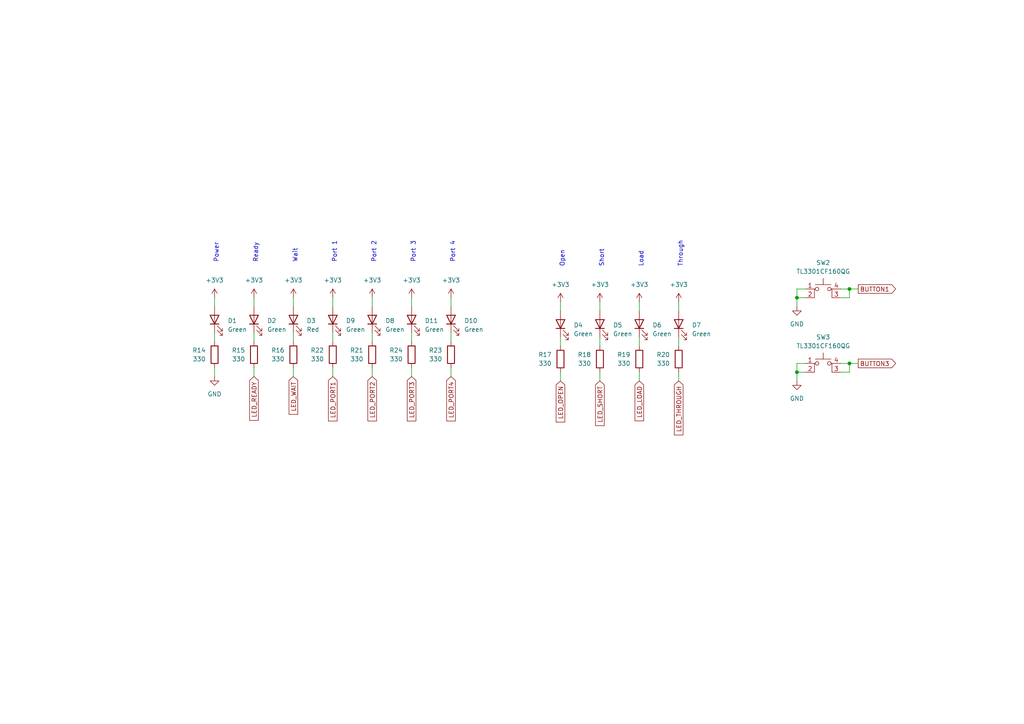
<source format=kicad_sch>
(kicad_sch (version 20211123) (generator eeschema)

  (uuid 1ec33630-54a1-4590-8849-bade5d67b5be)

  (paper "A4")

  (title_block
    (title "LibreCAL")
    (date "2023-01-07")
    (rev "A+")
  )

  (lib_symbols
    (symbol "Device:LED" (pin_numbers hide) (pin_names (offset 1.016) hide) (in_bom yes) (on_board yes)
      (property "Reference" "D" (id 0) (at 0 2.54 0)
        (effects (font (size 1.27 1.27)))
      )
      (property "Value" "LED" (id 1) (at 0 -2.54 0)
        (effects (font (size 1.27 1.27)))
      )
      (property "Footprint" "" (id 2) (at 0 0 0)
        (effects (font (size 1.27 1.27)) hide)
      )
      (property "Datasheet" "~" (id 3) (at 0 0 0)
        (effects (font (size 1.27 1.27)) hide)
      )
      (property "ki_keywords" "LED diode" (id 4) (at 0 0 0)
        (effects (font (size 1.27 1.27)) hide)
      )
      (property "ki_description" "Light emitting diode" (id 5) (at 0 0 0)
        (effects (font (size 1.27 1.27)) hide)
      )
      (property "ki_fp_filters" "LED* LED_SMD:* LED_THT:*" (id 6) (at 0 0 0)
        (effects (font (size 1.27 1.27)) hide)
      )
      (symbol "LED_0_1"
        (polyline
          (pts
            (xy -1.27 -1.27)
            (xy -1.27 1.27)
          )
          (stroke (width 0.254) (type default) (color 0 0 0 0))
          (fill (type none))
        )
        (polyline
          (pts
            (xy -1.27 0)
            (xy 1.27 0)
          )
          (stroke (width 0) (type default) (color 0 0 0 0))
          (fill (type none))
        )
        (polyline
          (pts
            (xy 1.27 -1.27)
            (xy 1.27 1.27)
            (xy -1.27 0)
            (xy 1.27 -1.27)
          )
          (stroke (width 0.254) (type default) (color 0 0 0 0))
          (fill (type none))
        )
        (polyline
          (pts
            (xy -3.048 -0.762)
            (xy -4.572 -2.286)
            (xy -3.81 -2.286)
            (xy -4.572 -2.286)
            (xy -4.572 -1.524)
          )
          (stroke (width 0) (type default) (color 0 0 0 0))
          (fill (type none))
        )
        (polyline
          (pts
            (xy -1.778 -0.762)
            (xy -3.302 -2.286)
            (xy -2.54 -2.286)
            (xy -3.302 -2.286)
            (xy -3.302 -1.524)
          )
          (stroke (width 0) (type default) (color 0 0 0 0))
          (fill (type none))
        )
      )
      (symbol "LED_1_1"
        (pin passive line (at -3.81 0 0) (length 2.54)
          (name "K" (effects (font (size 1.27 1.27))))
          (number "1" (effects (font (size 1.27 1.27))))
        )
        (pin passive line (at 3.81 0 180) (length 2.54)
          (name "A" (effects (font (size 1.27 1.27))))
          (number "2" (effects (font (size 1.27 1.27))))
        )
      )
    )
    (symbol "Device:R" (pin_numbers hide) (pin_names (offset 0)) (in_bom yes) (on_board yes)
      (property "Reference" "R" (id 0) (at 2.032 0 90)
        (effects (font (size 1.27 1.27)))
      )
      (property "Value" "R" (id 1) (at 0 0 90)
        (effects (font (size 1.27 1.27)))
      )
      (property "Footprint" "" (id 2) (at -1.778 0 90)
        (effects (font (size 1.27 1.27)) hide)
      )
      (property "Datasheet" "~" (id 3) (at 0 0 0)
        (effects (font (size 1.27 1.27)) hide)
      )
      (property "ki_keywords" "R res resistor" (id 4) (at 0 0 0)
        (effects (font (size 1.27 1.27)) hide)
      )
      (property "ki_description" "Resistor" (id 5) (at 0 0 0)
        (effects (font (size 1.27 1.27)) hide)
      )
      (property "ki_fp_filters" "R_*" (id 6) (at 0 0 0)
        (effects (font (size 1.27 1.27)) hide)
      )
      (symbol "R_0_1"
        (rectangle (start -1.016 -2.54) (end 1.016 2.54)
          (stroke (width 0.254) (type default) (color 0 0 0 0))
          (fill (type none))
        )
      )
      (symbol "R_1_1"
        (pin passive line (at 0 3.81 270) (length 1.27)
          (name "~" (effects (font (size 1.27 1.27))))
          (number "1" (effects (font (size 1.27 1.27))))
        )
        (pin passive line (at 0 -3.81 90) (length 1.27)
          (name "~" (effects (font (size 1.27 1.27))))
          (number "2" (effects (font (size 1.27 1.27))))
        )
      )
    )
    (symbol "Switch:SW_MEC_5E" (pin_names (offset 1.016) hide) (in_bom yes) (on_board yes)
      (property "Reference" "SW" (id 0) (at 0.635 5.715 0)
        (effects (font (size 1.27 1.27)) (justify left))
      )
      (property "Value" "SW_MEC_5E" (id 1) (at 0 -3.175 0)
        (effects (font (size 1.27 1.27)))
      )
      (property "Footprint" "" (id 2) (at 0 7.62 0)
        (effects (font (size 1.27 1.27)) hide)
      )
      (property "Datasheet" "http://www.apem.com/int/index.php?controller=attachment&id_attachment=1371" (id 3) (at 0 7.62 0)
        (effects (font (size 1.27 1.27)) hide)
      )
      (property "ki_keywords" "switch normally-open pushbutton push-button" (id 4) (at 0 0 0)
        (effects (font (size 1.27 1.27)) hide)
      )
      (property "ki_description" "MEC 5E single pole normally-open tactile switch" (id 5) (at 0 0 0)
        (effects (font (size 1.27 1.27)) hide)
      )
      (property "ki_fp_filters" "SW*MEC*5G*" (id 6) (at 0 0 0)
        (effects (font (size 1.27 1.27)) hide)
      )
      (symbol "SW_MEC_5E_0_1"
        (circle (center -1.778 2.54) (radius 0.508)
          (stroke (width 0) (type default) (color 0 0 0 0))
          (fill (type none))
        )
        (polyline
          (pts
            (xy -2.286 3.81)
            (xy 2.286 3.81)
          )
          (stroke (width 0) (type default) (color 0 0 0 0))
          (fill (type none))
        )
        (polyline
          (pts
            (xy 0 3.81)
            (xy 0 5.588)
          )
          (stroke (width 0) (type default) (color 0 0 0 0))
          (fill (type none))
        )
        (polyline
          (pts
            (xy -2.54 0)
            (xy -2.54 2.54)
            (xy -2.286 2.54)
          )
          (stroke (width 0) (type default) (color 0 0 0 0))
          (fill (type none))
        )
        (polyline
          (pts
            (xy 2.54 0)
            (xy 2.54 2.54)
            (xy 2.286 2.54)
          )
          (stroke (width 0) (type default) (color 0 0 0 0))
          (fill (type none))
        )
        (circle (center 1.778 2.54) (radius 0.508)
          (stroke (width 0) (type default) (color 0 0 0 0))
          (fill (type none))
        )
        (pin passive line (at -5.08 2.54 0) (length 2.54)
          (name "1" (effects (font (size 1.27 1.27))))
          (number "1" (effects (font (size 1.27 1.27))))
        )
        (pin passive line (at -5.08 0 0) (length 2.54)
          (name "2" (effects (font (size 1.27 1.27))))
          (number "2" (effects (font (size 1.27 1.27))))
        )
        (pin passive line (at 5.08 0 180) (length 2.54)
          (name "K" (effects (font (size 1.27 1.27))))
          (number "3" (effects (font (size 1.27 1.27))))
        )
        (pin passive line (at 5.08 2.54 180) (length 2.54)
          (name "A" (effects (font (size 1.27 1.27))))
          (number "4" (effects (font (size 1.27 1.27))))
        )
      )
    )
    (symbol "power:+3V3" (power) (pin_names (offset 0)) (in_bom yes) (on_board yes)
      (property "Reference" "#PWR" (id 0) (at 0 -3.81 0)
        (effects (font (size 1.27 1.27)) hide)
      )
      (property "Value" "+3V3" (id 1) (at 0 3.556 0)
        (effects (font (size 1.27 1.27)))
      )
      (property "Footprint" "" (id 2) (at 0 0 0)
        (effects (font (size 1.27 1.27)) hide)
      )
      (property "Datasheet" "" (id 3) (at 0 0 0)
        (effects (font (size 1.27 1.27)) hide)
      )
      (property "ki_keywords" "power-flag" (id 4) (at 0 0 0)
        (effects (font (size 1.27 1.27)) hide)
      )
      (property "ki_description" "Power symbol creates a global label with name \"+3V3\"" (id 5) (at 0 0 0)
        (effects (font (size 1.27 1.27)) hide)
      )
      (symbol "+3V3_0_1"
        (polyline
          (pts
            (xy -0.762 1.27)
            (xy 0 2.54)
          )
          (stroke (width 0) (type default) (color 0 0 0 0))
          (fill (type none))
        )
        (polyline
          (pts
            (xy 0 0)
            (xy 0 2.54)
          )
          (stroke (width 0) (type default) (color 0 0 0 0))
          (fill (type none))
        )
        (polyline
          (pts
            (xy 0 2.54)
            (xy 0.762 1.27)
          )
          (stroke (width 0) (type default) (color 0 0 0 0))
          (fill (type none))
        )
      )
      (symbol "+3V3_1_1"
        (pin power_in line (at 0 0 90) (length 0) hide
          (name "+3V3" (effects (font (size 1.27 1.27))))
          (number "1" (effects (font (size 1.27 1.27))))
        )
      )
    )
    (symbol "power:GND" (power) (pin_names (offset 0)) (in_bom yes) (on_board yes)
      (property "Reference" "#PWR" (id 0) (at 0 -6.35 0)
        (effects (font (size 1.27 1.27)) hide)
      )
      (property "Value" "GND" (id 1) (at 0 -3.81 0)
        (effects (font (size 1.27 1.27)))
      )
      (property "Footprint" "" (id 2) (at 0 0 0)
        (effects (font (size 1.27 1.27)) hide)
      )
      (property "Datasheet" "" (id 3) (at 0 0 0)
        (effects (font (size 1.27 1.27)) hide)
      )
      (property "ki_keywords" "power-flag" (id 4) (at 0 0 0)
        (effects (font (size 1.27 1.27)) hide)
      )
      (property "ki_description" "Power symbol creates a global label with name \"GND\" , ground" (id 5) (at 0 0 0)
        (effects (font (size 1.27 1.27)) hide)
      )
      (symbol "GND_0_1"
        (polyline
          (pts
            (xy 0 0)
            (xy 0 -1.27)
            (xy 1.27 -1.27)
            (xy 0 -2.54)
            (xy -1.27 -1.27)
            (xy 0 -1.27)
          )
          (stroke (width 0) (type default) (color 0 0 0 0))
          (fill (type none))
        )
      )
      (symbol "GND_1_1"
        (pin power_in line (at 0 0 270) (length 0) hide
          (name "GND" (effects (font (size 1.27 1.27))))
          (number "1" (effects (font (size 1.27 1.27))))
        )
      )
    )
  )


  (junction (at 246.38 83.82) (diameter 0) (color 0 0 0 0)
    (uuid 0870050e-b9cb-4b1e-aff8-cba563e15139)
  )
  (junction (at 231.14 107.95) (diameter 0) (color 0 0 0 0)
    (uuid 6398b8e6-e458-4f8e-8e09-e238169cccb3)
  )
  (junction (at 231.14 86.36) (diameter 0) (color 0 0 0 0)
    (uuid 77c480ba-b37a-4e6c-bfe3-1faaf9b48be1)
  )
  (junction (at 246.38 105.41) (diameter 0) (color 0 0 0 0)
    (uuid fce67240-f131-498d-9332-94215e355beb)
  )

  (wire (pts (xy 173.99 87.63) (xy 173.99 90.17))
    (stroke (width 0) (type default) (color 0 0 0 0))
    (uuid 02da7241-da44-4670-b439-20f6649d1d1f)
  )
  (wire (pts (xy 196.85 97.79) (xy 196.85 100.33))
    (stroke (width 0) (type default) (color 0 0 0 0))
    (uuid 04ed5eea-ac45-4e3c-853d-0c6ec46acbf7)
  )
  (wire (pts (xy 233.68 107.95) (xy 231.14 107.95))
    (stroke (width 0) (type default) (color 0 0 0 0))
    (uuid 0ad3cf41-dd6b-44bf-a6b0-7f1c589e8c1c)
  )
  (wire (pts (xy 196.85 107.95) (xy 196.85 110.49))
    (stroke (width 0) (type default) (color 0 0 0 0))
    (uuid 0d8aacee-8e16-4def-88d3-edea5aa598d2)
  )
  (wire (pts (xy 62.23 86.36) (xy 62.23 88.9))
    (stroke (width 0) (type default) (color 0 0 0 0))
    (uuid 136c40ee-77d4-4af0-958a-bdadb7cbc497)
  )
  (wire (pts (xy 243.84 105.41) (xy 246.38 105.41))
    (stroke (width 0) (type default) (color 0 0 0 0))
    (uuid 1aaeecc7-276c-458c-8f9b-92e8d50e029a)
  )
  (wire (pts (xy 173.99 97.79) (xy 173.99 100.33))
    (stroke (width 0) (type default) (color 0 0 0 0))
    (uuid 1e766c04-98c3-492b-af6b-84617ef99cbb)
  )
  (wire (pts (xy 243.84 107.95) (xy 246.38 107.95))
    (stroke (width 0) (type default) (color 0 0 0 0))
    (uuid 20b8d985-5961-4837-b0f6-e60a77620f47)
  )
  (wire (pts (xy 96.52 86.36) (xy 96.52 88.9))
    (stroke (width 0) (type default) (color 0 0 0 0))
    (uuid 20c5bc26-dec7-4e7a-aa2c-109af73deabe)
  )
  (wire (pts (xy 85.09 86.36) (xy 85.09 88.9))
    (stroke (width 0) (type default) (color 0 0 0 0))
    (uuid 219f77be-7114-47b8-9035-be3ce8b2b989)
  )
  (wire (pts (xy 246.38 105.41) (xy 248.92 105.41))
    (stroke (width 0) (type default) (color 0 0 0 0))
    (uuid 2266e5dc-658f-4599-97d7-d1a0aabe9627)
  )
  (wire (pts (xy 185.42 97.79) (xy 185.42 100.33))
    (stroke (width 0) (type default) (color 0 0 0 0))
    (uuid 28498f85-010d-4cf1-b5a8-0d886e10514a)
  )
  (wire (pts (xy 246.38 83.82) (xy 248.92 83.82))
    (stroke (width 0) (type default) (color 0 0 0 0))
    (uuid 2c71bb63-f061-4dd2-9db3-783d61547561)
  )
  (wire (pts (xy 130.81 86.36) (xy 130.81 88.9))
    (stroke (width 0) (type default) (color 0 0 0 0))
    (uuid 327acff4-e0a3-43d8-bc16-c7e0772d2ad0)
  )
  (wire (pts (xy 231.14 86.36) (xy 231.14 88.9))
    (stroke (width 0) (type default) (color 0 0 0 0))
    (uuid 38358759-311c-4823-bf77-08408cfe0d1b)
  )
  (wire (pts (xy 185.42 107.95) (xy 185.42 110.49))
    (stroke (width 0) (type default) (color 0 0 0 0))
    (uuid 3bd8503c-fa20-486f-ab0d-dd5080df97ec)
  )
  (wire (pts (xy 243.84 86.36) (xy 246.38 86.36))
    (stroke (width 0) (type default) (color 0 0 0 0))
    (uuid 3e4c1be3-5b93-4883-874c-3ef32f41fd27)
  )
  (wire (pts (xy 107.95 86.36) (xy 107.95 88.9))
    (stroke (width 0) (type default) (color 0 0 0 0))
    (uuid 40d611e8-d13f-48ed-8bdd-b1125297961f)
  )
  (wire (pts (xy 130.81 96.52) (xy 130.81 99.06))
    (stroke (width 0) (type default) (color 0 0 0 0))
    (uuid 4610948b-10c0-4b7b-a2ee-f6ad8ef1b875)
  )
  (wire (pts (xy 96.52 106.68) (xy 96.52 109.22))
    (stroke (width 0) (type default) (color 0 0 0 0))
    (uuid 513176e6-843b-4876-8c70-6375627e79f1)
  )
  (wire (pts (xy 85.09 106.68) (xy 85.09 109.22))
    (stroke (width 0) (type default) (color 0 0 0 0))
    (uuid 54bc757b-b980-4239-9533-406b2cb92e82)
  )
  (wire (pts (xy 73.66 106.68) (xy 73.66 109.22))
    (stroke (width 0) (type default) (color 0 0 0 0))
    (uuid 55e50407-f0c0-4c7a-bb98-80882c3ab690)
  )
  (wire (pts (xy 231.14 105.41) (xy 231.14 107.95))
    (stroke (width 0) (type default) (color 0 0 0 0))
    (uuid 57a4154e-fcf2-4924-8ddf-627352cf6dd7)
  )
  (wire (pts (xy 173.99 107.95) (xy 173.99 110.49))
    (stroke (width 0) (type default) (color 0 0 0 0))
    (uuid 5dea050b-baa2-433f-a693-45e4ed949cec)
  )
  (wire (pts (xy 243.84 83.82) (xy 246.38 83.82))
    (stroke (width 0) (type default) (color 0 0 0 0))
    (uuid 6021d922-05b8-4364-a86d-8579bb31e54f)
  )
  (wire (pts (xy 62.23 96.52) (xy 62.23 99.06))
    (stroke (width 0) (type default) (color 0 0 0 0))
    (uuid 62a2db70-a105-4012-a5b8-7b207555f881)
  )
  (wire (pts (xy 233.68 83.82) (xy 231.14 83.82))
    (stroke (width 0) (type default) (color 0 0 0 0))
    (uuid 635dccce-5367-480c-a6ad-2fe08a62d574)
  )
  (wire (pts (xy 62.23 106.68) (xy 62.23 109.22))
    (stroke (width 0) (type default) (color 0 0 0 0))
    (uuid 6ab6bfc8-6259-4bb3-b8ee-d39c812c3199)
  )
  (wire (pts (xy 119.38 86.36) (xy 119.38 88.9))
    (stroke (width 0) (type default) (color 0 0 0 0))
    (uuid 70369a61-5e97-4cfe-bbe6-69801d8d8286)
  )
  (wire (pts (xy 246.38 107.95) (xy 246.38 105.41))
    (stroke (width 0) (type default) (color 0 0 0 0))
    (uuid 7a91a88f-14ff-4242-a088-418cf83ec727)
  )
  (wire (pts (xy 119.38 96.52) (xy 119.38 99.06))
    (stroke (width 0) (type default) (color 0 0 0 0))
    (uuid 878bc37a-f4a9-478b-b52a-18dffe74a14f)
  )
  (wire (pts (xy 162.56 87.63) (xy 162.56 90.17))
    (stroke (width 0) (type default) (color 0 0 0 0))
    (uuid 8a7e0bb8-c407-46cc-935d-b3505b6edd86)
  )
  (wire (pts (xy 196.85 87.63) (xy 196.85 90.17))
    (stroke (width 0) (type default) (color 0 0 0 0))
    (uuid 910a0318-b64b-4ec8-ab51-1f724cf127f5)
  )
  (wire (pts (xy 185.42 87.63) (xy 185.42 90.17))
    (stroke (width 0) (type default) (color 0 0 0 0))
    (uuid a360e1c7-1c9b-4dfa-9abc-f2c53297341a)
  )
  (wire (pts (xy 107.95 106.68) (xy 107.95 109.22))
    (stroke (width 0) (type default) (color 0 0 0 0))
    (uuid a60944be-0ff2-473e-87c0-2073577d5d78)
  )
  (wire (pts (xy 73.66 86.36) (xy 73.66 88.9))
    (stroke (width 0) (type default) (color 0 0 0 0))
    (uuid c0509c4e-032f-4de3-816a-cdf53a8073c1)
  )
  (wire (pts (xy 162.56 107.95) (xy 162.56 110.49))
    (stroke (width 0) (type default) (color 0 0 0 0))
    (uuid c1257a7e-03e4-4c69-b2d0-abf9c37fb03c)
  )
  (wire (pts (xy 233.68 86.36) (xy 231.14 86.36))
    (stroke (width 0) (type default) (color 0 0 0 0))
    (uuid cc6115bc-cf87-4ae0-b038-b5783ca0e84b)
  )
  (wire (pts (xy 107.95 96.52) (xy 107.95 99.06))
    (stroke (width 0) (type default) (color 0 0 0 0))
    (uuid cdcda4a8-650b-4a27-9452-aa3672305676)
  )
  (wire (pts (xy 73.66 96.52) (xy 73.66 99.06))
    (stroke (width 0) (type default) (color 0 0 0 0))
    (uuid d058abf4-80b5-4937-b853-4186941f8f63)
  )
  (wire (pts (xy 231.14 83.82) (xy 231.14 86.36))
    (stroke (width 0) (type default) (color 0 0 0 0))
    (uuid ddf64e9c-b705-4a89-92d6-ab8ead86c455)
  )
  (wire (pts (xy 246.38 86.36) (xy 246.38 83.82))
    (stroke (width 0) (type default) (color 0 0 0 0))
    (uuid de3a9430-8739-4957-9df0-916cc5c58f0d)
  )
  (wire (pts (xy 233.68 105.41) (xy 231.14 105.41))
    (stroke (width 0) (type default) (color 0 0 0 0))
    (uuid e595e71a-b959-452d-8810-59314cbb4845)
  )
  (wire (pts (xy 231.14 107.95) (xy 231.14 110.49))
    (stroke (width 0) (type default) (color 0 0 0 0))
    (uuid e74fca52-34f0-488a-92d3-30d7cf135ce8)
  )
  (wire (pts (xy 162.56 97.79) (xy 162.56 100.33))
    (stroke (width 0) (type default) (color 0 0 0 0))
    (uuid f008a211-b0a3-41ab-ba69-56210d8b4aed)
  )
  (wire (pts (xy 96.52 96.52) (xy 96.52 99.06))
    (stroke (width 0) (type default) (color 0 0 0 0))
    (uuid f105469d-0bca-4a8c-b9e2-885781699115)
  )
  (wire (pts (xy 130.81 106.68) (xy 130.81 109.22))
    (stroke (width 0) (type default) (color 0 0 0 0))
    (uuid f62e52b1-f1e3-4170-99b4-9f8b1b686d31)
  )
  (wire (pts (xy 119.38 106.68) (xy 119.38 109.22))
    (stroke (width 0) (type default) (color 0 0 0 0))
    (uuid f908bd44-beef-4393-bc27-7523be3f406e)
  )
  (wire (pts (xy 85.09 96.52) (xy 85.09 99.06))
    (stroke (width 0) (type default) (color 0 0 0 0))
    (uuid ff725313-ed48-433b-bf85-f0d68edddfb3)
  )

  (text "Short" (at 175.26 77.47 90)
    (effects (font (size 1.27 1.27)) (justify left bottom))
    (uuid 097c90ba-cea0-4c25-b55e-664085762e44)
  )
  (text "Port 3" (at 120.65 76.2 90)
    (effects (font (size 1.27 1.27)) (justify left bottom))
    (uuid 0981ff20-4a47-49ce-bdb7-db591169d4a0)
  )
  (text "Power" (at 63.5 76.2 90)
    (effects (font (size 1.27 1.27)) (justify left bottom))
    (uuid 0a234775-954c-4cee-9b3e-2af4da9342aa)
  )
  (text "Port 1" (at 97.79 76.2 90)
    (effects (font (size 1.27 1.27)) (justify left bottom))
    (uuid 25c8d3d0-f993-4235-92d4-2ec5c83b1960)
  )
  (text "Through" (at 198.12 77.47 90)
    (effects (font (size 1.27 1.27)) (justify left bottom))
    (uuid 692f978e-878e-4db2-ac95-2cb35cbc64ae)
  )
  (text "Wait" (at 86.36 76.2 90)
    (effects (font (size 1.27 1.27)) (justify left bottom))
    (uuid b3be46da-7a14-4b88-bd52-7a6260487a0f)
  )
  (text "Port 2" (at 109.22 76.2 90)
    (effects (font (size 1.27 1.27)) (justify left bottom))
    (uuid c0378e39-0095-4550-a80c-3952821ada5f)
  )
  (text "Ready" (at 74.93 76.2 90)
    (effects (font (size 1.27 1.27)) (justify left bottom))
    (uuid d4a41f8d-05ca-4813-bd10-c62d9fef8c5d)
  )
  (text "Open" (at 163.83 77.47 90)
    (effects (font (size 1.27 1.27)) (justify left bottom))
    (uuid e3da0423-3d61-402a-9d16-f3f45e696dd7)
  )
  (text "Load" (at 186.69 77.47 90)
    (effects (font (size 1.27 1.27)) (justify left bottom))
    (uuid e9bf36b1-31aa-45e4-aa8a-ff10e59eecb6)
  )
  (text "Port 4" (at 132.08 76.2 90)
    (effects (font (size 1.27 1.27)) (justify left bottom))
    (uuid ea2f8603-6251-4770-9a15-2b480d48861c)
  )

  (global_label "LED_PORT4" (shape input) (at 130.81 109.22 270) (fields_autoplaced)
    (effects (font (size 1.27 1.27)) (justify right))
    (uuid 09db52ff-85bb-4408-8c56-1fc9705566a6)
    (property "Intersheet References" "${INTERSHEET_REFS}" (id 0) (at 130.7306 122.0955 90)
      (effects (font (size 1.27 1.27)) (justify right) hide)
    )
  )
  (global_label "LED_PORT3" (shape input) (at 119.38 109.22 270) (fields_autoplaced)
    (effects (font (size 1.27 1.27)) (justify right))
    (uuid 0c3e36a8-4fe9-420f-acca-ba5e9689a785)
    (property "Intersheet References" "${INTERSHEET_REFS}" (id 0) (at 119.3006 122.0955 90)
      (effects (font (size 1.27 1.27)) (justify right) hide)
    )
  )
  (global_label "LED_PORT2" (shape input) (at 107.95 109.22 270) (fields_autoplaced)
    (effects (font (size 1.27 1.27)) (justify right))
    (uuid 0f228dbe-af2f-4f64-bd25-7d15421a4a3b)
    (property "Intersheet References" "${INTERSHEET_REFS}" (id 0) (at 107.8706 122.0955 90)
      (effects (font (size 1.27 1.27)) (justify right) hide)
    )
  )
  (global_label "LED_OPEN" (shape input) (at 162.56 110.49 270) (fields_autoplaced)
    (effects (font (size 1.27 1.27)) (justify right))
    (uuid 1fa4f2e9-ea47-4983-9e26-9da39d5aec32)
    (property "Intersheet References" "${INTERSHEET_REFS}" (id 0) (at 162.4806 122.3979 90)
      (effects (font (size 1.27 1.27)) (justify right) hide)
    )
  )
  (global_label "LED_WAIT" (shape input) (at 85.09 109.22 270) (fields_autoplaced)
    (effects (font (size 1.27 1.27)) (justify right))
    (uuid 2ec29023-7bc9-4e67-be5b-0264f2146225)
    (property "Intersheet References" "${INTERSHEET_REFS}" (id 0) (at 85.0106 120.1602 90)
      (effects (font (size 1.27 1.27)) (justify right) hide)
    )
  )
  (global_label "LED_SHORT" (shape input) (at 173.99 110.49 270) (fields_autoplaced)
    (effects (font (size 1.27 1.27)) (justify right))
    (uuid 36ea6649-be33-4317-9aaf-a65dee82f5ea)
    (property "Intersheet References" "${INTERSHEET_REFS}" (id 0) (at 173.9106 123.426 90)
      (effects (font (size 1.27 1.27)) (justify right) hide)
    )
  )
  (global_label "LED_READY" (shape input) (at 73.66 109.22 270) (fields_autoplaced)
    (effects (font (size 1.27 1.27)) (justify right))
    (uuid 51796a2b-f6c7-478e-8019-cdab800c45f4)
    (property "Intersheet References" "${INTERSHEET_REFS}" (id 0) (at 73.5806 121.9141 90)
      (effects (font (size 1.27 1.27)) (justify right) hide)
    )
  )
  (global_label "LED_LOAD" (shape input) (at 185.42 110.49 270) (fields_autoplaced)
    (effects (font (size 1.27 1.27)) (justify right))
    (uuid 59035568-871b-4cbd-916c-b7a7c1fd86f8)
    (property "Intersheet References" "${INTERSHEET_REFS}" (id 0) (at 185.3406 122.035 90)
      (effects (font (size 1.27 1.27)) (justify right) hide)
    )
  )
  (global_label "LED_THROUGH" (shape input) (at 196.85 110.49 270) (fields_autoplaced)
    (effects (font (size 1.27 1.27)) (justify right))
    (uuid 5988123d-43ad-4fd2-9024-06fe2668c4c1)
    (property "Intersheet References" "${INTERSHEET_REFS}" (id 0) (at 196.7706 126.1474 90)
      (effects (font (size 1.27 1.27)) (justify right) hide)
    )
  )
  (global_label "LED_PORT1" (shape input) (at 96.52 109.22 270) (fields_autoplaced)
    (effects (font (size 1.27 1.27)) (justify right))
    (uuid 633784fd-e5a0-4691-b8ff-785e700abb6c)
    (property "Intersheet References" "${INTERSHEET_REFS}" (id 0) (at 96.4406 122.0955 90)
      (effects (font (size 1.27 1.27)) (justify right) hide)
    )
  )
  (global_label "BUTTON1" (shape output) (at 248.92 83.82 0) (fields_autoplaced)
    (effects (font (size 1.27 1.27)) (justify left))
    (uuid cef83802-5084-406d-8087-78b6603e5f66)
    (property "Intersheet References" "${INTERSHEET_REFS}" (id 0) (at 259.7393 83.7406 0)
      (effects (font (size 1.27 1.27)) (justify left) hide)
    )
  )
  (global_label "BUTTON3" (shape output) (at 248.92 105.41 0) (fields_autoplaced)
    (effects (font (size 1.27 1.27)) (justify left))
    (uuid e804775d-a790-4bb0-adcb-18419f9c6919)
    (property "Intersheet References" "${INTERSHEET_REFS}" (id 0) (at 259.7393 105.3306 0)
      (effects (font (size 1.27 1.27)) (justify left) hide)
    )
  )

  (symbol (lib_id "power:+3V3") (at 96.52 86.36 0) (unit 1)
    (in_bom yes) (on_board yes) (fields_autoplaced)
    (uuid 06abcfaf-1476-4132-8e40-404afbc6dc5f)
    (property "Reference" "#PWR090" (id 0) (at 96.52 90.17 0)
      (effects (font (size 1.27 1.27)) hide)
    )
    (property "Value" "+3V3" (id 1) (at 96.52 81.28 0))
    (property "Footprint" "" (id 2) (at 96.52 86.36 0)
      (effects (font (size 1.27 1.27)) hide)
    )
    (property "Datasheet" "" (id 3) (at 96.52 86.36 0)
      (effects (font (size 1.27 1.27)) hide)
    )
    (pin "1" (uuid 94855343-0721-4020-81fc-97939178a8f2))
  )

  (symbol (lib_id "Device:LED") (at 73.66 92.71 90) (unit 1)
    (in_bom yes) (on_board yes) (fields_autoplaced)
    (uuid 10f0c9d1-6943-49b9-8acf-a05e01d8b8de)
    (property "Reference" "D2" (id 0) (at 77.47 93.0274 90)
      (effects (font (size 1.27 1.27)) (justify right))
    )
    (property "Value" "Green" (id 1) (at 77.47 95.5674 90)
      (effects (font (size 1.27 1.27)) (justify right))
    )
    (property "Footprint" "LED_SMD:LED_0603_1608Metric" (id 2) (at 73.66 92.71 0)
      (effects (font (size 1.27 1.27)) hide)
    )
    (property "Datasheet" "~" (id 3) (at 73.66 92.71 0)
      (effects (font (size 1.27 1.27)) hide)
    )
    (property "LCSC_Part" "C72043" (id 4) (at 73.66 92.71 0)
      (effects (font (size 1.27 1.27)) hide)
    )
    (pin "1" (uuid d5554c6c-1f33-4f17-b7dd-70c89b67c41a))
    (pin "2" (uuid 578f5c11-55c5-4a3b-987a-20d597918fca))
  )

  (symbol (lib_id "Device:R") (at 107.95 102.87 0) (mirror y) (unit 1)
    (in_bom yes) (on_board yes)
    (uuid 1d6b64dc-991f-4de8-a61e-4dd5d755ef0b)
    (property "Reference" "R21" (id 0) (at 105.41 101.6 0)
      (effects (font (size 1.27 1.27)) (justify left))
    )
    (property "Value" "330" (id 1) (at 105.41 104.14 0)
      (effects (font (size 1.27 1.27)) (justify left))
    )
    (property "Footprint" "Resistor_SMD:R_0402_1005Metric" (id 2) (at 109.728 102.87 90)
      (effects (font (size 1.27 1.27)) hide)
    )
    (property "Datasheet" "~" (id 3) (at 107.95 102.87 0)
      (effects (font (size 1.27 1.27)) hide)
    )
    (property "LCSC_Part" "C25104" (id 4) (at 107.95 102.87 0)
      (effects (font (size 1.27 1.27)) hide)
    )
    (pin "1" (uuid 52b45d8f-9a77-4c8b-8eb8-9351cbfaf963))
    (pin "2" (uuid 7799d489-8956-4297-824f-c21a13dab0f0))
  )

  (symbol (lib_id "Device:LED") (at 119.38 92.71 90) (unit 1)
    (in_bom yes) (on_board yes) (fields_autoplaced)
    (uuid 1dff2b13-93a6-4a91-b9d2-82bb8b94e17e)
    (property "Reference" "D11" (id 0) (at 123.19 93.0274 90)
      (effects (font (size 1.27 1.27)) (justify right))
    )
    (property "Value" "Green" (id 1) (at 123.19 95.5674 90)
      (effects (font (size 1.27 1.27)) (justify right))
    )
    (property "Footprint" "LED_SMD:LED_0603_1608Metric" (id 2) (at 119.38 92.71 0)
      (effects (font (size 1.27 1.27)) hide)
    )
    (property "Datasheet" "~" (id 3) (at 119.38 92.71 0)
      (effects (font (size 1.27 1.27)) hide)
    )
    (property "LCSC_Part" "C72043" (id 4) (at 119.38 92.71 0)
      (effects (font (size 1.27 1.27)) hide)
    )
    (pin "1" (uuid d603da84-d542-42ed-a099-b4cebd81491f))
    (pin "2" (uuid 648830c7-4cff-415c-8fd3-ef52fdaeceb1))
  )

  (symbol (lib_id "Device:R") (at 185.42 104.14 0) (mirror y) (unit 1)
    (in_bom yes) (on_board yes) (fields_autoplaced)
    (uuid 1fe45978-1304-4630-81fa-969601ecb387)
    (property "Reference" "R19" (id 0) (at 182.88 102.8699 0)
      (effects (font (size 1.27 1.27)) (justify left))
    )
    (property "Value" "330" (id 1) (at 182.88 105.4099 0)
      (effects (font (size 1.27 1.27)) (justify left))
    )
    (property "Footprint" "Resistor_SMD:R_0402_1005Metric" (id 2) (at 187.198 104.14 90)
      (effects (font (size 1.27 1.27)) hide)
    )
    (property "Datasheet" "~" (id 3) (at 185.42 104.14 0)
      (effects (font (size 1.27 1.27)) hide)
    )
    (property "LCSC_Part" "C25104" (id 4) (at 185.42 104.14 0)
      (effects (font (size 1.27 1.27)) hide)
    )
    (pin "1" (uuid 56f8aa4b-3b89-4db1-8a19-cb5c8f110f13))
    (pin "2" (uuid b9e46e5b-86b9-44c3-a261-e2491b346e06))
  )

  (symbol (lib_id "power:+3V3") (at 73.66 86.36 0) (unit 1)
    (in_bom yes) (on_board yes) (fields_autoplaced)
    (uuid 2d5512c5-cf62-4706-9845-1fc17e7635bf)
    (property "Reference" "#PWR083" (id 0) (at 73.66 90.17 0)
      (effects (font (size 1.27 1.27)) hide)
    )
    (property "Value" "+3V3" (id 1) (at 73.66 81.28 0))
    (property "Footprint" "" (id 2) (at 73.66 86.36 0)
      (effects (font (size 1.27 1.27)) hide)
    )
    (property "Datasheet" "" (id 3) (at 73.66 86.36 0)
      (effects (font (size 1.27 1.27)) hide)
    )
    (pin "1" (uuid 381272fb-ea34-46fc-af51-ae8a55947f85))
  )

  (symbol (lib_id "Device:LED") (at 107.95 92.71 90) (unit 1)
    (in_bom yes) (on_board yes) (fields_autoplaced)
    (uuid 39964237-849f-46b6-a578-50504c9ea778)
    (property "Reference" "D8" (id 0) (at 111.76 93.0274 90)
      (effects (font (size 1.27 1.27)) (justify right))
    )
    (property "Value" "Green" (id 1) (at 111.76 95.5674 90)
      (effects (font (size 1.27 1.27)) (justify right))
    )
    (property "Footprint" "LED_SMD:LED_0603_1608Metric" (id 2) (at 107.95 92.71 0)
      (effects (font (size 1.27 1.27)) hide)
    )
    (property "Datasheet" "~" (id 3) (at 107.95 92.71 0)
      (effects (font (size 1.27 1.27)) hide)
    )
    (property "LCSC_Part" "C72043" (id 4) (at 107.95 92.71 0)
      (effects (font (size 1.27 1.27)) hide)
    )
    (pin "1" (uuid 9727fc48-70b8-4389-808e-acf72cfb314b))
    (pin "2" (uuid 1f50f408-65a7-4e10-8ce4-bfb73b3dde96))
  )

  (symbol (lib_id "Device:LED") (at 185.42 93.98 90) (unit 1)
    (in_bom yes) (on_board yes) (fields_autoplaced)
    (uuid 48d2aee7-8d03-4245-b4c7-467a6a6adc9d)
    (property "Reference" "D6" (id 0) (at 189.23 94.2974 90)
      (effects (font (size 1.27 1.27)) (justify right))
    )
    (property "Value" "Green" (id 1) (at 189.23 96.8374 90)
      (effects (font (size 1.27 1.27)) (justify right))
    )
    (property "Footprint" "LED_SMD:LED_0603_1608Metric" (id 2) (at 185.42 93.98 0)
      (effects (font (size 1.27 1.27)) hide)
    )
    (property "Datasheet" "~" (id 3) (at 185.42 93.98 0)
      (effects (font (size 1.27 1.27)) hide)
    )
    (property "LCSC_Part" "C72043" (id 4) (at 185.42 93.98 0)
      (effects (font (size 1.27 1.27)) hide)
    )
    (pin "1" (uuid 4403891f-98ac-4b63-a0f9-249d628bdb96))
    (pin "2" (uuid fe81dad3-2fb7-4905-9ed3-f31e4cbbc688))
  )

  (symbol (lib_id "Device:R") (at 73.66 102.87 0) (mirror y) (unit 1)
    (in_bom yes) (on_board yes) (fields_autoplaced)
    (uuid 551c3968-277d-4747-9c7b-192ad55543c1)
    (property "Reference" "R15" (id 0) (at 71.12 101.5999 0)
      (effects (font (size 1.27 1.27)) (justify left))
    )
    (property "Value" "330" (id 1) (at 71.12 104.1399 0)
      (effects (font (size 1.27 1.27)) (justify left))
    )
    (property "Footprint" "Resistor_SMD:R_0402_1005Metric" (id 2) (at 75.438 102.87 90)
      (effects (font (size 1.27 1.27)) hide)
    )
    (property "Datasheet" "~" (id 3) (at 73.66 102.87 0)
      (effects (font (size 1.27 1.27)) hide)
    )
    (property "LCSC_Part" "C25104" (id 4) (at 73.66 102.87 0)
      (effects (font (size 1.27 1.27)) hide)
    )
    (pin "1" (uuid f0a60744-e540-4b16-8e68-4740e82ae53b))
    (pin "2" (uuid 389d3ac4-74eb-40f2-ad81-f12bc818cb1a))
  )

  (symbol (lib_id "Device:R") (at 62.23 102.87 0) (mirror y) (unit 1)
    (in_bom yes) (on_board yes) (fields_autoplaced)
    (uuid 55bd0f8f-88f0-4c1b-a5c6-5a1ecdf9b657)
    (property "Reference" "R14" (id 0) (at 59.69 101.5999 0)
      (effects (font (size 1.27 1.27)) (justify left))
    )
    (property "Value" "330" (id 1) (at 59.69 104.1399 0)
      (effects (font (size 1.27 1.27)) (justify left))
    )
    (property "Footprint" "Resistor_SMD:R_0402_1005Metric" (id 2) (at 64.008 102.87 90)
      (effects (font (size 1.27 1.27)) hide)
    )
    (property "Datasheet" "~" (id 3) (at 62.23 102.87 0)
      (effects (font (size 1.27 1.27)) hide)
    )
    (property "LCSC_Part" "C25104" (id 4) (at 62.23 102.87 0)
      (effects (font (size 1.27 1.27)) hide)
    )
    (pin "1" (uuid b8636888-47e5-40e3-bc59-9f81f2d5607a))
    (pin "2" (uuid 0de4b744-fbf8-427b-bf60-a022828122e7))
  )

  (symbol (lib_id "power:+3V3") (at 196.85 87.63 0) (unit 1)
    (in_bom yes) (on_board yes) (fields_autoplaced)
    (uuid 5c362300-bdb6-42ca-bbbb-4f4eaa170dfd)
    (property "Reference" "#PWR088" (id 0) (at 196.85 91.44 0)
      (effects (font (size 1.27 1.27)) hide)
    )
    (property "Value" "+3V3" (id 1) (at 196.85 82.55 0))
    (property "Footprint" "" (id 2) (at 196.85 87.63 0)
      (effects (font (size 1.27 1.27)) hide)
    )
    (property "Datasheet" "" (id 3) (at 196.85 87.63 0)
      (effects (font (size 1.27 1.27)) hide)
    )
    (pin "1" (uuid 45bb2183-e6c2-4a73-9b94-2fb68c714103))
  )

  (symbol (lib_id "Device:LED") (at 62.23 92.71 90) (unit 1)
    (in_bom yes) (on_board yes) (fields_autoplaced)
    (uuid 5d5ef986-e027-49b3-9d19-9548be20ff28)
    (property "Reference" "D1" (id 0) (at 66.04 93.0274 90)
      (effects (font (size 1.27 1.27)) (justify right))
    )
    (property "Value" "Green" (id 1) (at 66.04 95.5674 90)
      (effects (font (size 1.27 1.27)) (justify right))
    )
    (property "Footprint" "LED_SMD:LED_0603_1608Metric" (id 2) (at 62.23 92.71 0)
      (effects (font (size 1.27 1.27)) hide)
    )
    (property "Datasheet" "~" (id 3) (at 62.23 92.71 0)
      (effects (font (size 1.27 1.27)) hide)
    )
    (property "LCSC_Part" "C72043" (id 4) (at 62.23 92.71 0)
      (effects (font (size 1.27 1.27)) hide)
    )
    (pin "1" (uuid fbe5cfb5-a96c-4a22-a346-6852b686b1eb))
    (pin "2" (uuid a6163ef7-4e3b-498e-ac3e-0f61a0e737e9))
  )

  (symbol (lib_id "Device:R") (at 119.38 102.87 0) (mirror y) (unit 1)
    (in_bom yes) (on_board yes) (fields_autoplaced)
    (uuid 5da3e140-3fbe-4d2c-8a7f-1858b2b73ba6)
    (property "Reference" "R24" (id 0) (at 116.84 101.5999 0)
      (effects (font (size 1.27 1.27)) (justify left))
    )
    (property "Value" "330" (id 1) (at 116.84 104.1399 0)
      (effects (font (size 1.27 1.27)) (justify left))
    )
    (property "Footprint" "Resistor_SMD:R_0402_1005Metric" (id 2) (at 121.158 102.87 90)
      (effects (font (size 1.27 1.27)) hide)
    )
    (property "Datasheet" "~" (id 3) (at 119.38 102.87 0)
      (effects (font (size 1.27 1.27)) hide)
    )
    (property "LCSC_Part" "C25104" (id 4) (at 119.38 102.87 0)
      (effects (font (size 1.27 1.27)) hide)
    )
    (pin "1" (uuid e505619b-2f5a-411d-970e-928f6a91539a))
    (pin "2" (uuid 36e0ba04-e659-409d-a251-b956b9bcd4a6))
  )

  (symbol (lib_id "power:GND") (at 231.14 88.9 0) (mirror y) (unit 1)
    (in_bom yes) (on_board yes) (fields_autoplaced)
    (uuid 5e5fae9b-4f68-40ba-b8fb-4f84128c3237)
    (property "Reference" "#PWR093" (id 0) (at 231.14 95.25 0)
      (effects (font (size 1.27 1.27)) hide)
    )
    (property "Value" "GND" (id 1) (at 231.14 93.98 0))
    (property "Footprint" "" (id 2) (at 231.14 88.9 0)
      (effects (font (size 1.27 1.27)) hide)
    )
    (property "Datasheet" "" (id 3) (at 231.14 88.9 0)
      (effects (font (size 1.27 1.27)) hide)
    )
    (pin "1" (uuid 5cb5ec8a-2cf3-4155-8ada-18f7e355efa0))
  )

  (symbol (lib_id "power:+3V3") (at 162.56 87.63 0) (unit 1)
    (in_bom yes) (on_board yes) (fields_autoplaced)
    (uuid 615faa83-9f83-43e3-abad-806604d3adec)
    (property "Reference" "#PWR085" (id 0) (at 162.56 91.44 0)
      (effects (font (size 1.27 1.27)) hide)
    )
    (property "Value" "+3V3" (id 1) (at 162.56 82.55 0))
    (property "Footprint" "" (id 2) (at 162.56 87.63 0)
      (effects (font (size 1.27 1.27)) hide)
    )
    (property "Datasheet" "" (id 3) (at 162.56 87.63 0)
      (effects (font (size 1.27 1.27)) hide)
    )
    (pin "1" (uuid 4a396e6a-cf4d-4f02-a21a-0355b96f74a3))
  )

  (symbol (lib_id "Device:R") (at 85.09 102.87 0) (mirror y) (unit 1)
    (in_bom yes) (on_board yes) (fields_autoplaced)
    (uuid 6822c08d-2ece-47f4-96e6-cf53e58a3ec3)
    (property "Reference" "R16" (id 0) (at 82.55 101.5999 0)
      (effects (font (size 1.27 1.27)) (justify left))
    )
    (property "Value" "330" (id 1) (at 82.55 104.1399 0)
      (effects (font (size 1.27 1.27)) (justify left))
    )
    (property "Footprint" "Resistor_SMD:R_0402_1005Metric" (id 2) (at 86.868 102.87 90)
      (effects (font (size 1.27 1.27)) hide)
    )
    (property "Datasheet" "~" (id 3) (at 85.09 102.87 0)
      (effects (font (size 1.27 1.27)) hide)
    )
    (property "LCSC_Part" "C25104" (id 4) (at 85.09 102.87 0)
      (effects (font (size 1.27 1.27)) hide)
    )
    (pin "1" (uuid 3d3f39c3-48e4-4cda-8c2d-ea002c8106d2))
    (pin "2" (uuid 35649a95-d954-4af7-89af-a50494978be9))
  )

  (symbol (lib_id "Switch:SW_MEC_5E") (at 238.76 86.36 0) (unit 1)
    (in_bom yes) (on_board yes) (fields_autoplaced)
    (uuid 69a4c63c-1afb-4b53-857a-861b4389005a)
    (property "Reference" "SW2" (id 0) (at 238.76 76.2 0))
    (property "Value" "TL3301CF160QG" (id 1) (at 238.76 78.74 0))
    (property "Footprint" "LibreCAL:TL3301C-J" (id 2) (at 238.76 78.74 0)
      (effects (font (size 1.27 1.27)) hide)
    )
    (property "Datasheet" "http://www.apem.com/int/index.php?controller=attachment&id_attachment=1371" (id 3) (at 238.76 78.74 0)
      (effects (font (size 1.27 1.27)) hide)
    )
    (property "LCSC_Part" "C273522" (id 4) (at 238.76 86.36 0)
      (effects (font (size 1.27 1.27)) hide)
    )
    (pin "1" (uuid 8949ce24-9871-43ad-9d04-46db5f4b1365))
    (pin "2" (uuid fa30e4da-7e58-4650-b1cf-77317b02602e))
    (pin "3" (uuid c96014f1-14a5-4e56-bebb-e3cc989b8f98))
    (pin "4" (uuid e2809693-324a-4149-9b95-9818c2d93bfd))
  )

  (symbol (lib_id "Device:LED") (at 173.99 93.98 90) (unit 1)
    (in_bom yes) (on_board yes) (fields_autoplaced)
    (uuid 702d546f-4175-4326-8216-fcbae0294198)
    (property "Reference" "D5" (id 0) (at 177.8 94.2974 90)
      (effects (font (size 1.27 1.27)) (justify right))
    )
    (property "Value" "Green" (id 1) (at 177.8 96.8374 90)
      (effects (font (size 1.27 1.27)) (justify right))
    )
    (property "Footprint" "LED_SMD:LED_0603_1608Metric" (id 2) (at 173.99 93.98 0)
      (effects (font (size 1.27 1.27)) hide)
    )
    (property "Datasheet" "~" (id 3) (at 173.99 93.98 0)
      (effects (font (size 1.27 1.27)) hide)
    )
    (property "LCSC_Part" "C72043" (id 4) (at 173.99 93.98 0)
      (effects (font (size 1.27 1.27)) hide)
    )
    (pin "1" (uuid d6391af6-558d-4a5d-a3dc-d6c87f124417))
    (pin "2" (uuid ff38a981-0953-4bb3-808f-ee230bea89c4))
  )

  (symbol (lib_id "Device:R") (at 162.56 104.14 0) (mirror y) (unit 1)
    (in_bom yes) (on_board yes) (fields_autoplaced)
    (uuid 709be74b-f988-4a27-8b33-a8ae72cf67d9)
    (property "Reference" "R17" (id 0) (at 160.02 102.8699 0)
      (effects (font (size 1.27 1.27)) (justify left))
    )
    (property "Value" "330" (id 1) (at 160.02 105.4099 0)
      (effects (font (size 1.27 1.27)) (justify left))
    )
    (property "Footprint" "Resistor_SMD:R_0402_1005Metric" (id 2) (at 164.338 104.14 90)
      (effects (font (size 1.27 1.27)) hide)
    )
    (property "Datasheet" "~" (id 3) (at 162.56 104.14 0)
      (effects (font (size 1.27 1.27)) hide)
    )
    (property "LCSC_Part" "C25104" (id 4) (at 162.56 104.14 0)
      (effects (font (size 1.27 1.27)) hide)
    )
    (pin "1" (uuid 2118e4d8-8a1b-4b29-8844-a69188875bfa))
    (pin "2" (uuid 15f06a71-a343-4b63-9617-890b55ab5770))
  )

  (symbol (lib_id "Device:LED") (at 96.52 92.71 90) (unit 1)
    (in_bom yes) (on_board yes) (fields_autoplaced)
    (uuid 741a0477-04fb-422c-bcf6-a58f7007889d)
    (property "Reference" "D9" (id 0) (at 100.33 93.0274 90)
      (effects (font (size 1.27 1.27)) (justify right))
    )
    (property "Value" "Green" (id 1) (at 100.33 95.5674 90)
      (effects (font (size 1.27 1.27)) (justify right))
    )
    (property "Footprint" "LED_SMD:LED_0603_1608Metric" (id 2) (at 96.52 92.71 0)
      (effects (font (size 1.27 1.27)) hide)
    )
    (property "Datasheet" "~" (id 3) (at 96.52 92.71 0)
      (effects (font (size 1.27 1.27)) hide)
    )
    (property "LCSC_Part" "C72043" (id 4) (at 96.52 92.71 0)
      (effects (font (size 1.27 1.27)) hide)
    )
    (pin "1" (uuid f9f750c6-1a74-466e-801b-ce65238aee8e))
    (pin "2" (uuid dc600e0c-da2b-4078-b1f1-f768e9239ced))
  )

  (symbol (lib_id "power:+3V3") (at 62.23 86.36 0) (unit 1)
    (in_bom yes) (on_board yes) (fields_autoplaced)
    (uuid 98f28333-f7eb-45b8-bb47-22c0e3373253)
    (property "Reference" "#PWR081" (id 0) (at 62.23 90.17 0)
      (effects (font (size 1.27 1.27)) hide)
    )
    (property "Value" "+3V3" (id 1) (at 62.23 81.28 0))
    (property "Footprint" "" (id 2) (at 62.23 86.36 0)
      (effects (font (size 1.27 1.27)) hide)
    )
    (property "Datasheet" "" (id 3) (at 62.23 86.36 0)
      (effects (font (size 1.27 1.27)) hide)
    )
    (pin "1" (uuid 5b6212b4-7ef5-4879-8686-df0a84cfb9fe))
  )

  (symbol (lib_id "Switch:SW_MEC_5E") (at 238.76 107.95 0) (unit 1)
    (in_bom yes) (on_board yes) (fields_autoplaced)
    (uuid a12dd2f8-1a81-4509-8bb0-07609c6f2a54)
    (property "Reference" "SW3" (id 0) (at 238.76 97.79 0))
    (property "Value" "TL3301CF160QG" (id 1) (at 238.76 100.33 0))
    (property "Footprint" "LibreCAL:TL3301C-J" (id 2) (at 238.76 100.33 0)
      (effects (font (size 1.27 1.27)) hide)
    )
    (property "Datasheet" "http://www.apem.com/int/index.php?controller=attachment&id_attachment=1371" (id 3) (at 238.76 100.33 0)
      (effects (font (size 1.27 1.27)) hide)
    )
    (property "LCSC_Part" "C273522" (id 4) (at 238.76 107.95 0)
      (effects (font (size 1.27 1.27)) hide)
    )
    (pin "1" (uuid f1f96683-3512-4e85-a871-c70bd18834b8))
    (pin "2" (uuid 99676a7b-2e64-4f47-b901-5f7ffcd8f1f0))
    (pin "3" (uuid 9169faf1-e700-46c6-8ac4-a6c61b9596ef))
    (pin "4" (uuid 16b6911f-501b-4b0f-8962-1e031394fc86))
  )

  (symbol (lib_id "power:+3V3") (at 119.38 86.36 0) (unit 1)
    (in_bom yes) (on_board yes) (fields_autoplaced)
    (uuid a27838af-d4ff-40ff-af6d-3d232c094de3)
    (property "Reference" "#PWR092" (id 0) (at 119.38 90.17 0)
      (effects (font (size 1.27 1.27)) hide)
    )
    (property "Value" "+3V3" (id 1) (at 119.38 81.28 0))
    (property "Footprint" "" (id 2) (at 119.38 86.36 0)
      (effects (font (size 1.27 1.27)) hide)
    )
    (property "Datasheet" "" (id 3) (at 119.38 86.36 0)
      (effects (font (size 1.27 1.27)) hide)
    )
    (pin "1" (uuid a101b2f6-3e76-45e2-9923-83082ec4b0a4))
  )

  (symbol (lib_id "power:+3V3") (at 107.95 86.36 0) (unit 1)
    (in_bom yes) (on_board yes) (fields_autoplaced)
    (uuid a6a98f9c-1d79-4fc6-afc1-ee7c3702d13e)
    (property "Reference" "#PWR089" (id 0) (at 107.95 90.17 0)
      (effects (font (size 1.27 1.27)) hide)
    )
    (property "Value" "+3V3" (id 1) (at 107.95 81.28 0))
    (property "Footprint" "" (id 2) (at 107.95 86.36 0)
      (effects (font (size 1.27 1.27)) hide)
    )
    (property "Datasheet" "" (id 3) (at 107.95 86.36 0)
      (effects (font (size 1.27 1.27)) hide)
    )
    (pin "1" (uuid b6a5787f-d2ef-4aed-b24d-267f6550622b))
  )

  (symbol (lib_id "Device:LED") (at 130.81 92.71 90) (unit 1)
    (in_bom yes) (on_board yes) (fields_autoplaced)
    (uuid acc8baf8-05a7-4d1f-8080-77733b017c16)
    (property "Reference" "D10" (id 0) (at 134.62 93.0274 90)
      (effects (font (size 1.27 1.27)) (justify right))
    )
    (property "Value" "Green" (id 1) (at 134.62 95.5674 90)
      (effects (font (size 1.27 1.27)) (justify right))
    )
    (property "Footprint" "LED_SMD:LED_0603_1608Metric" (id 2) (at 130.81 92.71 0)
      (effects (font (size 1.27 1.27)) hide)
    )
    (property "Datasheet" "~" (id 3) (at 130.81 92.71 0)
      (effects (font (size 1.27 1.27)) hide)
    )
    (property "LCSC_Part" "C72043" (id 4) (at 130.81 92.71 0)
      (effects (font (size 1.27 1.27)) hide)
    )
    (pin "1" (uuid 9e3e5a9d-98da-4b9e-92b8-e282e618d4f8))
    (pin "2" (uuid d90413b1-18e1-4b79-8820-975bbe8be92f))
  )

  (symbol (lib_id "Device:R") (at 173.99 104.14 0) (mirror y) (unit 1)
    (in_bom yes) (on_board yes) (fields_autoplaced)
    (uuid ad99a50d-4bf9-4ce0-bd6d-acb02a0c8dc0)
    (property "Reference" "R18" (id 0) (at 171.45 102.8699 0)
      (effects (font (size 1.27 1.27)) (justify left))
    )
    (property "Value" "330" (id 1) (at 171.45 105.4099 0)
      (effects (font (size 1.27 1.27)) (justify left))
    )
    (property "Footprint" "Resistor_SMD:R_0402_1005Metric" (id 2) (at 175.768 104.14 90)
      (effects (font (size 1.27 1.27)) hide)
    )
    (property "Datasheet" "~" (id 3) (at 173.99 104.14 0)
      (effects (font (size 1.27 1.27)) hide)
    )
    (property "LCSC_Part" "C25104" (id 4) (at 173.99 104.14 0)
      (effects (font (size 1.27 1.27)) hide)
    )
    (pin "1" (uuid fde48afa-81b6-4c63-9f84-e340fb24371a))
    (pin "2" (uuid 813c8848-ea7d-4b49-9e84-4ae4368268d6))
  )

  (symbol (lib_id "power:+3V3") (at 85.09 86.36 0) (unit 1)
    (in_bom yes) (on_board yes) (fields_autoplaced)
    (uuid afc92b46-1454-49aa-9d76-553cc80a0e27)
    (property "Reference" "#PWR084" (id 0) (at 85.09 90.17 0)
      (effects (font (size 1.27 1.27)) hide)
    )
    (property "Value" "+3V3" (id 1) (at 85.09 81.28 0))
    (property "Footprint" "" (id 2) (at 85.09 86.36 0)
      (effects (font (size 1.27 1.27)) hide)
    )
    (property "Datasheet" "" (id 3) (at 85.09 86.36 0)
      (effects (font (size 1.27 1.27)) hide)
    )
    (pin "1" (uuid 88112ad6-65fc-4de7-b0de-3b1ff413896f))
  )

  (symbol (lib_id "power:GND") (at 231.14 110.49 0) (mirror y) (unit 1)
    (in_bom yes) (on_board yes) (fields_autoplaced)
    (uuid b1058443-51be-48f0-9e82-edd865029bc8)
    (property "Reference" "#PWR094" (id 0) (at 231.14 116.84 0)
      (effects (font (size 1.27 1.27)) hide)
    )
    (property "Value" "GND" (id 1) (at 231.14 115.57 0))
    (property "Footprint" "" (id 2) (at 231.14 110.49 0)
      (effects (font (size 1.27 1.27)) hide)
    )
    (property "Datasheet" "" (id 3) (at 231.14 110.49 0)
      (effects (font (size 1.27 1.27)) hide)
    )
    (pin "1" (uuid d875cd44-a438-4a25-bd9c-7cd896698c99))
  )

  (symbol (lib_id "power:+3V3") (at 185.42 87.63 0) (unit 1)
    (in_bom yes) (on_board yes) (fields_autoplaced)
    (uuid c6502964-8934-4479-a6d9-c2a0b5254330)
    (property "Reference" "#PWR087" (id 0) (at 185.42 91.44 0)
      (effects (font (size 1.27 1.27)) hide)
    )
    (property "Value" "+3V3" (id 1) (at 185.42 82.55 0))
    (property "Footprint" "" (id 2) (at 185.42 87.63 0)
      (effects (font (size 1.27 1.27)) hide)
    )
    (property "Datasheet" "" (id 3) (at 185.42 87.63 0)
      (effects (font (size 1.27 1.27)) hide)
    )
    (pin "1" (uuid 10e6c4ad-7228-469d-a4bc-6f643bd2ba25))
  )

  (symbol (lib_id "power:+3V3") (at 130.81 86.36 0) (unit 1)
    (in_bom yes) (on_board yes) (fields_autoplaced)
    (uuid c6940dcc-b84f-4848-95d7-9866c7db6fb7)
    (property "Reference" "#PWR091" (id 0) (at 130.81 90.17 0)
      (effects (font (size 1.27 1.27)) hide)
    )
    (property "Value" "+3V3" (id 1) (at 130.81 81.28 0))
    (property "Footprint" "" (id 2) (at 130.81 86.36 0)
      (effects (font (size 1.27 1.27)) hide)
    )
    (property "Datasheet" "" (id 3) (at 130.81 86.36 0)
      (effects (font (size 1.27 1.27)) hide)
    )
    (pin "1" (uuid ffcb9762-eeb3-49cb-9885-7bcc06e36789))
  )

  (symbol (lib_id "power:GND") (at 62.23 109.22 0) (unit 1)
    (in_bom yes) (on_board yes) (fields_autoplaced)
    (uuid c874dea4-6f72-45ee-bfdb-3829d02e14b7)
    (property "Reference" "#PWR082" (id 0) (at 62.23 115.57 0)
      (effects (font (size 1.27 1.27)) hide)
    )
    (property "Value" "GND" (id 1) (at 62.23 114.3 0))
    (property "Footprint" "" (id 2) (at 62.23 109.22 0)
      (effects (font (size 1.27 1.27)) hide)
    )
    (property "Datasheet" "" (id 3) (at 62.23 109.22 0)
      (effects (font (size 1.27 1.27)) hide)
    )
    (pin "1" (uuid ce3e7b19-2a95-4725-ba54-4784f926c63a))
  )

  (symbol (lib_id "power:+3V3") (at 173.99 87.63 0) (unit 1)
    (in_bom yes) (on_board yes) (fields_autoplaced)
    (uuid cbeb1dfc-3d50-4a19-9b8b-3f2f6cd8b59c)
    (property "Reference" "#PWR086" (id 0) (at 173.99 91.44 0)
      (effects (font (size 1.27 1.27)) hide)
    )
    (property "Value" "+3V3" (id 1) (at 173.99 82.55 0))
    (property "Footprint" "" (id 2) (at 173.99 87.63 0)
      (effects (font (size 1.27 1.27)) hide)
    )
    (property "Datasheet" "" (id 3) (at 173.99 87.63 0)
      (effects (font (size 1.27 1.27)) hide)
    )
    (pin "1" (uuid b686f922-f801-4466-9ac3-e0f90a68db43))
  )

  (symbol (lib_id "Device:R") (at 196.85 104.14 0) (mirror y) (unit 1)
    (in_bom yes) (on_board yes) (fields_autoplaced)
    (uuid ceb712cd-d486-42b3-a595-4405b9c51fde)
    (property "Reference" "R20" (id 0) (at 194.31 102.8699 0)
      (effects (font (size 1.27 1.27)) (justify left))
    )
    (property "Value" "330" (id 1) (at 194.31 105.4099 0)
      (effects (font (size 1.27 1.27)) (justify left))
    )
    (property "Footprint" "Resistor_SMD:R_0402_1005Metric" (id 2) (at 198.628 104.14 90)
      (effects (font (size 1.27 1.27)) hide)
    )
    (property "Datasheet" "~" (id 3) (at 196.85 104.14 0)
      (effects (font (size 1.27 1.27)) hide)
    )
    (property "LCSC_Part" "C25104" (id 4) (at 196.85 104.14 0)
      (effects (font (size 1.27 1.27)) hide)
    )
    (pin "1" (uuid eb39053b-8c74-4226-9678-e61d7eade63a))
    (pin "2" (uuid 624ff6d9-dcdc-4e59-961f-a3ceeecbad26))
  )

  (symbol (lib_id "Device:LED") (at 85.09 92.71 90) (unit 1)
    (in_bom yes) (on_board yes) (fields_autoplaced)
    (uuid dd861407-5e0a-4c9e-aeeb-670c9f65c72f)
    (property "Reference" "D3" (id 0) (at 88.9 93.0274 90)
      (effects (font (size 1.27 1.27)) (justify right))
    )
    (property "Value" "Red" (id 1) (at 88.9 95.5674 90)
      (effects (font (size 1.27 1.27)) (justify right))
    )
    (property "Footprint" "LED_SMD:LED_0603_1608Metric" (id 2) (at 85.09 92.71 0)
      (effects (font (size 1.27 1.27)) hide)
    )
    (property "Datasheet" "~" (id 3) (at 85.09 92.71 0)
      (effects (font (size 1.27 1.27)) hide)
    )
    (property "LCSC_Part" "C93128" (id 4) (at 85.09 92.71 0)
      (effects (font (size 1.27 1.27)) hide)
    )
    (pin "1" (uuid 1bf4ef32-ade6-4ab6-880e-86b5af55f8b4))
    (pin "2" (uuid a0daad32-197a-426a-81cb-01c6383a0af5))
  )

  (symbol (lib_id "Device:LED") (at 162.56 93.98 90) (unit 1)
    (in_bom yes) (on_board yes) (fields_autoplaced)
    (uuid dd9e4c19-1f42-4f4e-b683-f58f54cd5267)
    (property "Reference" "D4" (id 0) (at 166.37 94.2974 90)
      (effects (font (size 1.27 1.27)) (justify right))
    )
    (property "Value" "Green" (id 1) (at 166.37 96.8374 90)
      (effects (font (size 1.27 1.27)) (justify right))
    )
    (property "Footprint" "LED_SMD:LED_0603_1608Metric" (id 2) (at 162.56 93.98 0)
      (effects (font (size 1.27 1.27)) hide)
    )
    (property "Datasheet" "~" (id 3) (at 162.56 93.98 0)
      (effects (font (size 1.27 1.27)) hide)
    )
    (property "LCSC_Part" "C72043" (id 4) (at 162.56 93.98 0)
      (effects (font (size 1.27 1.27)) hide)
    )
    (pin "1" (uuid 0281ab02-c20b-4303-935f-c0e37a5fcc6e))
    (pin "2" (uuid d96bdd20-68d5-4c0a-95ba-8e8d8a64b418))
  )

  (symbol (lib_id "Device:LED") (at 196.85 93.98 90) (unit 1)
    (in_bom yes) (on_board yes) (fields_autoplaced)
    (uuid e44ebe66-d3ad-4a5c-aebb-9774b003623e)
    (property "Reference" "D7" (id 0) (at 200.66 94.2974 90)
      (effects (font (size 1.27 1.27)) (justify right))
    )
    (property "Value" "Green" (id 1) (at 200.66 96.8374 90)
      (effects (font (size 1.27 1.27)) (justify right))
    )
    (property "Footprint" "LED_SMD:LED_0603_1608Metric" (id 2) (at 196.85 93.98 0)
      (effects (font (size 1.27 1.27)) hide)
    )
    (property "Datasheet" "~" (id 3) (at 196.85 93.98 0)
      (effects (font (size 1.27 1.27)) hide)
    )
    (property "LCSC_Part" "C72043" (id 4) (at 196.85 93.98 0)
      (effects (font (size 1.27 1.27)) hide)
    )
    (pin "1" (uuid efdcd247-fd04-4810-adca-6057e7f9f4fd))
    (pin "2" (uuid 3b3085c0-5559-4499-bc31-ac4854141cd5))
  )

  (symbol (lib_id "Device:R") (at 130.81 102.87 0) (mirror y) (unit 1)
    (in_bom yes) (on_board yes) (fields_autoplaced)
    (uuid e6ac73bc-3026-4d7b-a6a3-934d551384ee)
    (property "Reference" "R23" (id 0) (at 128.27 101.5999 0)
      (effects (font (size 1.27 1.27)) (justify left))
    )
    (property "Value" "330" (id 1) (at 128.27 104.1399 0)
      (effects (font (size 1.27 1.27)) (justify left))
    )
    (property "Footprint" "Resistor_SMD:R_0402_1005Metric" (id 2) (at 132.588 102.87 90)
      (effects (font (size 1.27 1.27)) hide)
    )
    (property "Datasheet" "~" (id 3) (at 130.81 102.87 0)
      (effects (font (size 1.27 1.27)) hide)
    )
    (property "LCSC_Part" "C25104" (id 4) (at 130.81 102.87 0)
      (effects (font (size 1.27 1.27)) hide)
    )
    (pin "1" (uuid 76a03152-e6dd-477e-ad30-77e66535c657))
    (pin "2" (uuid 14a19c83-2d41-43a1-acc7-68fc1fedf35b))
  )

  (symbol (lib_id "Device:R") (at 96.52 102.87 0) (mirror y) (unit 1)
    (in_bom yes) (on_board yes) (fields_autoplaced)
    (uuid f0ea5037-b87b-48b3-ac20-67e21ae70d04)
    (property "Reference" "R22" (id 0) (at 93.98 101.5999 0)
      (effects (font (size 1.27 1.27)) (justify left))
    )
    (property "Value" "330" (id 1) (at 93.98 104.1399 0)
      (effects (font (size 1.27 1.27)) (justify left))
    )
    (property "Footprint" "Resistor_SMD:R_0402_1005Metric" (id 2) (at 98.298 102.87 90)
      (effects (font (size 1.27 1.27)) hide)
    )
    (property "Datasheet" "~" (id 3) (at 96.52 102.87 0)
      (effects (font (size 1.27 1.27)) hide)
    )
    (property "LCSC_Part" "C25104" (id 4) (at 96.52 102.87 0)
      (effects (font (size 1.27 1.27)) hide)
    )
    (pin "1" (uuid 4545e2bc-5f9e-417f-8c07-d7738e39674c))
    (pin "2" (uuid f1565c6b-9223-4a29-a1ea-850f12b8bb54))
  )
)

</source>
